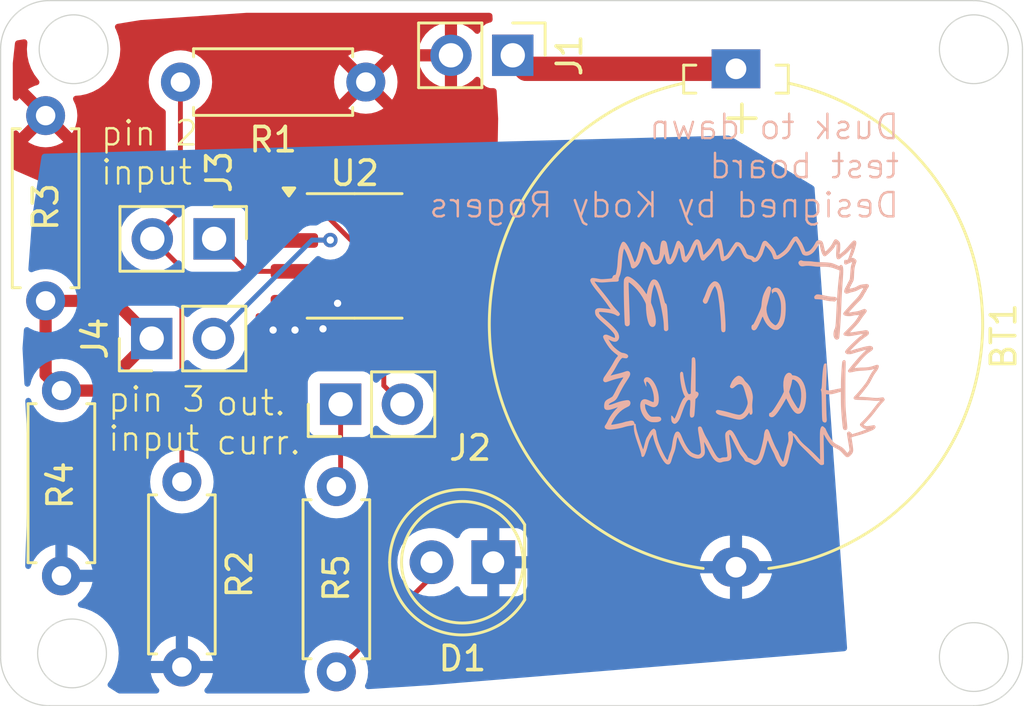
<source format=kicad_pcb>
(kicad_pcb (version 20240108) (generator "pcbnew") (generator_version "8.0")
  (layers (0 "F.Cu" signal) (31 "B.Cu" signal) (34 "B.Paste" user) (35 "F.Paste" user) (36 "B.SilkS" user "B.Silkscreen") (37 "F.SilkS" user "F.Silkscreen") (38 "B.Mask" user) (39 "F.Mask" user) (44 "Edge.Cuts" user))
  (net 0 "")
  (net 1 "GND")
  (net 2 "Net-(D1-A)")
  (net 3 "Net-(J2-Pin_2)")
  (net 4 "Net-(J2-Pin_1)")
  (net 5 "Net-(J3-Pin_2)")
  (net 6 "Net-(J3-Pin_1)")
  (net 7 "Net-(J4-Pin_2)")
  (net 8 "Net-(J4-Pin_1)")
  (net 9 "Net-(BT1-+)")
  (net 10 "3V")
  (footprint "Connector_PinHeader_2.54mm:PinHeader_1x02_P2.54mm_Vertical" (layer "F.Cu") (at 170.05 92.25 -90)
    (property "Reference" "J1" (at 0 -2.33 90) (layer "F.SilkS"))
    (property "Value" "Conn_01x02_Pin" (hide yes))
    (pad "1" thru_hole rect (at 0 0 270) (size 1.7 1.7) (drill 1) (layers "*.Cu" "*.Mask") (net 9 "Net-(BT1-+)"))
    (pad "2" thru_hole oval (at 0 2.54 270) (size 1.7 1.7) (drill 1) (layers "*.Cu" "*.Mask") (net 10 "3V"))
  )
  (footprint "Battery:Battery_Panasonic_CR2032-HFN_Horizontal_CircularHoles" (layer "F.Cu") (at 179.225122 92.805 -90)
    (property "Reference" "BT1" (at 11 -11 90) (layer "F.SilkS"))
    (property "Value" "Battery_Cell")
    (fp_text user "+" (at 2.032 -0.127 90) (layer "F.SilkS") (effects (font (size 1.5 1.5))))
    (pad "1" thru_hole rect (at 0 0 270) (size 1.6 2) (drill 0.85) (layers "*.Cu" "*.Mask") (net 9 "Net-(BT1-+)"))
    (pad "2" thru_hole oval (at 20.5 0 270) (size 1.6 2) (drill 0.85) (layers "*.Cu" "*.Mask") (net 1 "GND"))
  )
  (footprint "Package_SO:SOIC-8_3.9x4.9mm_P1.27mm" (layer "F.Cu") (at 163.55 100.5)
    (property "Reference" "U2" (at 0 -3.4 0) (layer "F.SilkS"))
    (property "Value" "TLC372CP")
    (pad "1" smd roundrect (at -2.475 -1.905) (size 1.95 0.6) (layers "F.Cu" "F.Paste" "F.Mask") (net 3 "Net-(J2-Pin_2)"))
    (pad "2" smd roundrect (at -2.475 -0.635) (size 1.95 0.6) (layers "F.Cu" "F.Paste" "F.Mask") (net 7 "Net-(J4-Pin_2)"))
    (pad "3" smd roundrect (at -2.475 0.635) (size 1.95 0.6) (layers "F.Cu" "F.Paste" "F.Mask") (net 6 "Net-(J3-Pin_1)"))
    (pad "4" smd roundrect (at -2.475 1.905) (size 1.95 0.6) (layers "F.Cu" "F.Paste" "F.Mask") (net 1 "GND"))
    (pad "5" smd roundrect (at 2.475 1.905) (size 1.95 0.6) (layers "F.Cu" "F.Paste" "F.Mask"))
    (pad "6" smd roundrect (at 2.475 0.635) (size 1.95 0.6) (layers "F.Cu" "F.Paste" "F.Mask"))
    (pad "7" smd roundrect (at 2.475 -0.635) (size 1.95 0.6) (layers "F.Cu" "F.Paste" "F.Mask"))
    (pad "8" smd roundrect (at 2.475 -1.905) (size 1.95 0.6) (layers "F.Cu" "F.Paste" "F.Mask") (net 10 "3V"))
  )
  (footprint "LED_THT:LED_D5.0mm" (layer "F.Cu") (at 169.25 113.1 180)
    (property "Reference" "D1" (at 1.27 -3.96 0) (layer "F.SilkS"))
    (property "Value" "LED" (hide yes))
    (pad "1" thru_hole rect (at 0 0 180) (size 1.8 1.8) (drill 0.9) (layers "*.Cu" "*.Mask") (net 1 "GND"))
    (pad "2" thru_hole circle (at 2.54 0 180) (size 1.8 1.8) (drill 0.9) (layers "*.Cu" "*.Mask") (net 2 "Net-(D1-A)"))
  )
  (footprint "Resistor_THT:R_Axial_DIN0207_L6.3mm_D2.5mm_P7.62mm_Horizontal" (layer "F.Cu") (at 150.85 94.73 -90)
    (property "Reference" "R3" (at 3.76 0 90) (layer "F.SilkS"))
    (property "Value" "22k" (hide yes))
    (pad "1" thru_hole circle (at 0 0 270) (size 1.6 1.6) (drill 0.8) (layers "*.Cu" "*.Mask") (net 10 "3V"))
    (pad "2" thru_hole oval (at 7.62 0 270) (size 1.6 1.6) (drill 0.8) (layers "*.Cu" "*.Mask") (net 8 "Net-(J4-Pin_1)"))
  )
  (footprint "Connector_PinHeader_2.54mm:PinHeader_1x02_P2.54mm_Vertical" (layer "F.Cu") (at 155.21 103.9 90)
    (property "Reference" "J4" (at 0 -2.33 90) (layer "F.SilkS"))
    (property "Value" "Conn_01x02_Pin" (hide yes))
    (pad "1" thru_hole rect (at 0 0 90) (size 1.7 1.7) (drill 1) (layers "*.Cu" "*.Mask") (net 8 "Net-(J4-Pin_1)"))
    (pad "2" thru_hole oval (at 0 2.54 90) (size 1.7 1.7) (drill 1) (layers "*.Cu" "*.Mask") (net 7 "Net-(J4-Pin_2)"))
  )
  (footprint "Resistor_THT:R_Axial_DIN0207_L6.3mm_D2.5mm_P7.62mm_Horizontal" (layer "F.Cu") (at 151.5 106.04 -90)
    (property "Reference" "R4" (at 3.895 0.05 90) (layer "F.SilkS"))
    (property "Value" "22k" (hide yes))
    (pad "1" thru_hole circle (at 0 0 270) (size 1.6 1.6) (drill 0.8) (layers "*.Cu" "*.Mask") (net 8 "Net-(J4-Pin_1)"))
    (pad "2" thru_hole oval (at 7.62 0 270) (size 1.6 1.6) (drill 0.8) (layers "*.Cu" "*.Mask") (net 1 "GND"))
  )
  (footprint "Connector_PinHeader_2.54mm:PinHeader_1x02_P2.54mm_Vertical" (layer "F.Cu") (at 162.975 106.6 90)
    (property "Reference" "J2" (at -1.8 5.325 0) (layer "F.SilkS"))
    (property "Value" "Conn_01x02_Pin" (hide yes))
    (pad "1" thru_hole rect (at 0 0 90) (size 1.7 1.7) (drill 1) (layers "*.Cu" "*.Mask") (net 4 "Net-(J2-Pin_1)"))
    (pad "2" thru_hole oval (at 0 2.54 90) (size 1.7 1.7) (drill 1) (layers "*.Cu" "*.Mask") (net 3 "Net-(J2-Pin_2)"))
  )
  (footprint "Resistor_THT:R_Axial_DIN0207_L6.3mm_D2.5mm_P7.62mm_Horizontal" (layer "F.Cu") (at 164.01 93.35 180)
    (property "Reference" "R1" (at 3.81 -2.37 0) (layer "F.SilkS"))
    (property "Value" "R_Photo")
    (pad "1" thru_hole circle (at 0 0 180) (size 1.6 1.6) (drill 0.8) (layers "*.Cu" "*.Mask") (net 10 "3V"))
    (pad "2" thru_hole oval (at 7.62 0 180) (size 1.6 1.6) (drill 0.8) (layers "*.Cu" "*.Mask") (net 5 "Net-(J3-Pin_2)"))
  )
  (footprint "Resistor_THT:R_Axial_DIN0207_L6.3mm_D2.5mm_P7.62mm_Horizontal" (layer "F.Cu") (at 162.8 109.99 -90)
    (property "Reference" "R5" (at 3.76 0 90) (layer "F.SilkS"))
    (property "Value" "680")
    (pad "1" thru_hole circle (at 0 0 270) (size 1.6 1.6) (drill 0.8) (layers "*.Cu" "*.Mask") (net 4 "Net-(J2-Pin_1)"))
    (pad "2" thru_hole oval (at 7.62 0 270) (size 1.6 1.6) (drill 0.8) (layers "*.Cu" "*.Mask") (net 2 "Net-(D1-A)"))
  )
  (footprint "Resistor_THT:R_Axial_DIN0207_L6.3mm_D2.5mm_P7.62mm_Horizontal" (layer "F.Cu") (at 156.45 109.79 -90)
    (property "Reference" "R2" (at 3.81 -2.37 90) (layer "F.SilkS"))
    (property "Value" "33k" (hide yes))
    (pad "1" thru_hole circle (at 0 0 270) (size 1.6 1.6) (drill 0.8) (layers "*.Cu" "*.Mask") (net 5 "Net-(J3-Pin_2)"))
    (pad "2" thru_hole oval (at 7.62 0 270) (size 1.6 1.6) (drill 0.8) (layers "*.Cu" "*.Mask") (net 1 "GND"))
  )
  (footprint "Connector_PinHeader_2.54mm:PinHeader_1x02_P2.54mm_Vertical" (layer "F.Cu") (at 157.775 99.8 -90)
    (property "Reference" "J3" (at -2.75 -0.2 90) (layer "F.SilkS"))
    (property "Value" "Conn_01x02_Pin" (hide yes))
    (pad "1" thru_hole rect (at 0 0 270) (size 1.7 1.7) (drill 1) (layers "*.Cu" "*.Mask") (net 6 "Net-(J3-Pin_1)"))
    (pad "2" thru_hole oval (at 0 2.54 270) (size 1.7 1.7) (drill 1) (layers "*.Cu" "*.Mask") (net 5 "Net-(J3-Pin_2)"))
  )
  (footprint "kicad_libraries:farm_hacks" (layer "B.Cu") (at 179 105 180)
    (property "Reference" "G***" (hide yes))
    (property "Value" "LOGO" (hide yes))
  )
  (gr_circle (center 152 92) (end 151 91) (stroke (width 0.05)) (fill none) (layer "Edge.Cuts"))
  (gr_arc (start 149 92) (mid 149.585786 90.585786) (end 151 90) (stroke (width 0.05)) (layer "Edge.Cuts"))
  (gr_arc (start 191 117) (mid 190.414214 118.414214) (end 189 119) (stroke (width 0.05)) (layer "Edge.Cuts"))
  (gr_line (start 151 90) (end 189 90) (stroke (width 0.05)) (layer "Edge.Cuts"))
  (gr_circle (center 189 117) (end 190 118) (stroke (width 0.05)) (fill none) (layer "Edge.Cuts"))
  (gr_circle (center 189 92) (end 190 91) (stroke (width 0.05)) (fill none) (layer "Edge.Cuts"))
  (gr_circle (center 151.935787 116.85) (end 150.935787 117.85) (stroke (width 0.05)) (fill none) (layer "Edge.Cuts"))
  (gr_arc (start 189 90) (mid 190.414214 90.585786) (end 191 92) (stroke (width 0.05)) (layer "Edge.Cuts"))
  (gr_line (start 149 117) (end 149 92) (stroke (width 0.05)) (layer "Edge.Cuts"))
  (gr_line (start 189 119) (end 151 119) (stroke (width 0.05)) (layer "Edge.Cuts"))
  (gr_arc (start 151 119) (mid 149.585786 118.414214) (end 149 117) (stroke (width 0.05)) (layer "Edge.Cuts"))
  (gr_line (start 191 92) (end 191 117) (stroke (width 0.05)) (layer "Edge.Cuts"))
  (gr_text "Dusk to dawn \ntest board\nDesigned by Kody Rogers" (at 186 99 0) (layer "B.SilkS") (effects (font (size 1 1) (thickness 0.1)) (justify left bottom mirror)))
  (gr_text "pin 3 \ninput" (at 153.35 108.6 0) (layer "F.SilkS") (effects (font (size 1 1) (thickness 0.1)) (justify left bottom)))
  (gr_text "out.\ncurr." (at 157.8 108.75 0) (layer "F.SilkS") (effects (font (size 1 1) (thickness 0.1)) (justify left bottom)))
  (gr_text "pin 2\ninput" (at 153.05 97.65 0) (layer "F.SilkS") (effects (font (size 1 1) (thickness 0.1)) (justify left bottom)))
  (via (at 161.1 103.55) (size 0.6) (drill 0.3) (layers "F.Cu" "B.Cu") (net 1))
  (via (at 162.25 103.5) (size 0.6) (drill 0.3) (layers "F.Cu" "B.Cu") (net 1))
  (via (at 160.2 103.55) (size 0.6) (drill 0.3) (layers "F.Cu" "B.Cu") (net 1))
  (via (at 162.85 102.45) (size 0.6) (drill 0.3) (layers "F.Cu" "B.Cu") (net 1))
  (segment (start 166.71 113.7) (end 166.71 113.1) (width 0.2) (layer "F.Cu") (net 2))
  (segment (start 162.8 117.61) (end 166.71 113.7) (width 0.2) (layer "F.Cu") (net 2))
  (segment (start 164.75 101.201471) (end 164.75 105.835) (width 0.2) (layer "F.Cu") (net 3))
  (segment (start 164.75 105.835) (end 165.515 106.6) (width 0.2) (layer "F.Cu") (net 3))
  (segment (start 161.075 98.595) (end 162.143529 98.595) (width 0.2) (layer "F.Cu") (net 3))
  (segment (start 162.143529 98.595) (end 164.75 101.201471) (width 0.2) (layer "F.Cu") (net 3))
  (segment (start 162.975 106.6) (end 162.975 109.815) (width 0.2) (layer "F.Cu") (net 4))
  (segment (start 162.975 109.815) (end 162.8 109.99) (width 0.2) (layer "F.Cu") (net 4))
  (segment (start 155.235 99.8) (end 156.45 101.015) (width 0.2) (layer "F.Cu") (net 5))
  (segment (start 156.39 93.35) (end 156.39 98.645) (width 0.2) (layer "F.Cu") (net 5))
  (segment (start 156.45 101.015) (end 156.45 109.79) (width 0.2) (layer "F.Cu") (net 5))
  (segment (start 156.39 98.645) (end 155.235 99.8) (width 0.2) (layer "F.Cu") (net 5))
  (segment (start 159.11 101.135) (end 161.075 101.135) (width 0.2) (layer "F.Cu") (net 6))
  (segment (start 157.775 99.8) (end 159.11 101.135) (width 0.2) (layer "F.Cu") (net 6))
  (segment (start 161.09 99.85) (end 161.075 99.865) (width 0.2) (layer "F.Cu") (net 7))
  (segment (start 162.55 99.85) (end 161.09 99.85) (width 0.2) (layer "F.Cu") (net 7))
  (via (at 162.55 99.85) (size 0.6) (drill 0.3) (layers "F.Cu" "B.Cu") (net 7))
  (segment (start 161.8 99.85) (end 162.55 99.85) (width 0.2) (layer "B.Cu") (net 7))
  (segment (start 157.75 103.9) (end 161.8 99.85) (width 0.2) (layer "B.Cu") (net 7))
  (segment (start 153.66 102.35) (end 155.21 103.9) (width 0.5) (layer "F.Cu") (net 8))
  (segment (start 153.07 106.04) (end 155.21 103.9) (width 0.5) (layer "F.Cu") (net 8))
  (segment (start 150.85 105.39) (end 151.5 106.04) (width 0.5) (layer "F.Cu") (net 8))
  (segment (start 151.5 106.04) (end 153.07 106.04) (width 0.5) (layer "F.Cu") (net 8))
  (segment (start 150.85 102.35) (end 150.85 105.39) (width 0.5) (layer "F.Cu") (net 8))
  (segment (start 150.85 102.35) (end 153.66 102.35) (width 0.5) (layer "F.Cu") (net 8))
  (segment (start 179.225122 92.805) (end 170.605 92.805) (width 1) (layer "F.Cu") (net 9))
  (segment (start 170.605 92.805) (end 170.05 92.25) (width 1) (layer "F.Cu") (net 9))
  (zone (net 1) (net_name "GND") (layer "F.Cu") (priority 1) (connect_pads (clearance 0.5)) (min_thickness 0.25) (fill yes (thermal_gap 0.5) (thermal_bridge_width 0.5))
    (polygon (pts (xy 159.45 101.8) (xy 162.95 101.8) (xy 163.55 102.7) (xy 163.5 103.95) (xy 161.85 104.2) (xy 159.5 103.9)))
  )
  (zone (net 10) (net_name "3V") (layer "F.Cu") (connect_pads (clearance 0.5)) (min_thickness 0.25) (fill yes (thermal_gap 0.5) (thermal_bridge_width 0.5))
    (polygon (pts (xy 169.45 94.85) (xy 169.2 90.35) (xy 162.05 90.3) (xy 154.75 90.8) (xy 149.6 91.65) (xy 149.05 96.75) (xy 152.5 98.25) (xy 160.55 97.4) (xy 164.15 99.7) (xy 166.8 99.8) (xy 168.15 99.45) (xy 169.4 97.6)))
  )
  (zone (net 1) (net_name "GND") (layer "B.Cu") (priority 2) (connect_pads (clearance 0.5)) (min_thickness 0.25) (fill yes (thermal_gap 0.5) (thermal_bridge_width 0.5))
    (polygon (pts (xy 150.7 96.3) (xy 178.95 95.55) (xy 182.45 97.65) (xy 183.8 116.75) (xy 166.75 118.15) (xy 155.9 118.85) (xy 153.85 118.5) (xy 151.9 117.25) (xy 149.95 115.05) (xy 150.15 109.05) (xy 149.9 104.3) (xy 150.3 98.9)))
  )
)
</source>
